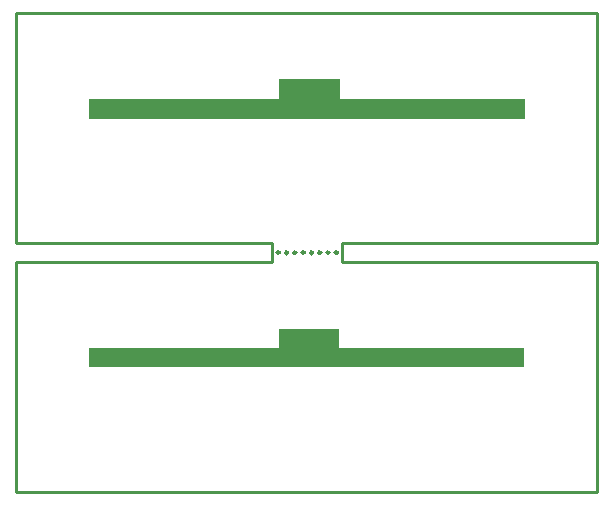
<source format=gbr>
%TF.GenerationSoftware,KiCad,Pcbnew,6.0.7*%
%TF.CreationDate,2022-10-28T11:28:35-04:00*%
%TF.ProjectId,Antennas,416e7465-6e6e-4617-932e-6b696361645f,rev?*%
%TF.SameCoordinates,Original*%
%TF.FileFunction,Profile,NP*%
%FSLAX46Y46*%
G04 Gerber Fmt 4.6, Leading zero omitted, Abs format (unit mm)*
G04 Created by KiCad (PCBNEW 6.0.7) date 2022-10-28 11:28:35*
%MOMM*%
%LPD*%
G01*
G04 APERTURE LIST*
%TA.AperFunction,Profile*%
%ADD10C,0.254000*%
%TD*%
%TA.AperFunction,Profile*%
%ADD11C,0.000000*%
%TD*%
%TA.AperFunction,Profile*%
%ADD12C,0.100000*%
%TD*%
G04 APERTURE END LIST*
D10*
X65110000Y-36810000D02*
X43510000Y-36810000D01*
X43510000Y-38410000D01*
X65100000Y-38420000D01*
X65100000Y-57900000D01*
X15910000Y-57900000D01*
X15910000Y-38420000D01*
X37560000Y-38420000D01*
X37560000Y-36810000D01*
X15920000Y-36810000D01*
X15920000Y-17330000D01*
X65110000Y-17330000D01*
X65110000Y-36810000D01*
X41043000Y-37590000D02*
G75*
G03*
X41043000Y-37590000I-127000J0D01*
G01*
D11*
G36*
X43260000Y-45670000D02*
G01*
X58940000Y-45670000D01*
X58940000Y-47260000D01*
X22100000Y-47260000D01*
X22100000Y-45670000D01*
X38190000Y-45670000D01*
X38190000Y-44020000D01*
X43260000Y-44020000D01*
X43260000Y-45670000D01*
G37*
D10*
X38227000Y-37590000D02*
G75*
G03*
X38227000Y-37590000I-127000J0D01*
G01*
X42447000Y-37590000D02*
G75*
G03*
X42447000Y-37590000I-127000J0D01*
G01*
X41739000Y-37590000D02*
G75*
G03*
X41739000Y-37590000I-127000J0D01*
G01*
X39623000Y-37590000D02*
G75*
G03*
X39623000Y-37590000I-127000J0D01*
G01*
X40343000Y-37590000D02*
G75*
G03*
X40343000Y-37590000I-127000J0D01*
G01*
X43147000Y-37590000D02*
G75*
G03*
X43147000Y-37590000I-127000J0D01*
G01*
X38927000Y-37590000D02*
G75*
G03*
X38927000Y-37590000I-127000J0D01*
G01*
D12*
G36*
X43270000Y-24580000D02*
G01*
X58950000Y-24580000D01*
X58950000Y-26170000D01*
X22110000Y-26170000D01*
X22110000Y-24580000D01*
X38200000Y-24580000D01*
X38200000Y-22930000D01*
X43270000Y-22930000D01*
X43270000Y-24580000D01*
G37*
X43270000Y-24580000D02*
X58950000Y-24580000D01*
X58950000Y-26170000D01*
X22110000Y-26170000D01*
X22110000Y-24580000D01*
X38200000Y-24580000D01*
X38200000Y-22930000D01*
X43270000Y-22930000D01*
X43270000Y-24580000D01*
M02*

</source>
